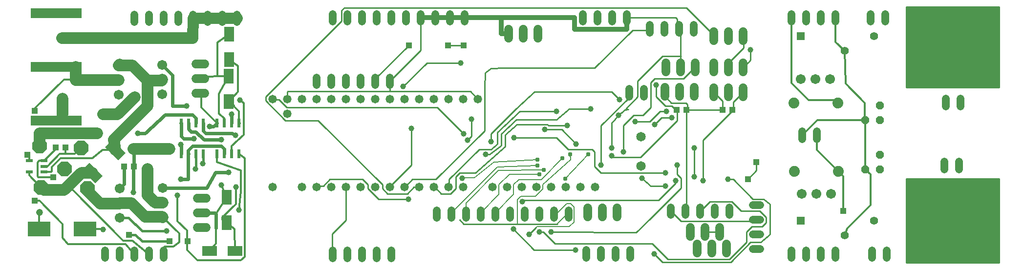
<source format=gbl>
G75*
%MOIN*%
%OFA0B0*%
%FSLAX25Y25*%
%IPPOS*%
%LPD*%
%AMOC8*
5,1,8,0,0,1.08239X$1,22.5*
%
%ADD10R,0.07000X0.09900*%
%ADD11R,0.09900X0.07000*%
%ADD12C,0.06000*%
%ADD13OC8,0.10000*%
%ADD14C,0.05800*%
%ADD15C,0.06750*%
%ADD16R,0.02100X0.06300*%
%ADD17C,0.06500*%
%ADD18C,0.05200*%
%ADD19R,0.15748X0.09843*%
%ADD20R,0.35000X0.07000*%
%ADD21R,0.05543X0.05543*%
%ADD22C,0.05543*%
%ADD23OC8,0.05200*%
%ADD24C,0.07400*%
%ADD25R,0.03937X0.04331*%
%ADD26R,0.07087X0.12598*%
%ADD27R,0.04724X0.02362*%
%ADD28C,0.02400*%
%ADD29C,0.03962*%
%ADD30C,0.01200*%
%ADD31C,0.01000*%
%ADD32C,0.01575*%
%ADD33C,0.03200*%
%ADD34C,0.03187*%
%ADD35C,0.00984*%
%ADD36R,0.03962X0.03962*%
%ADD37C,0.00600*%
%ADD38C,0.03100*%
%ADD39C,0.05000*%
%ADD40C,0.07874*%
%ADD41C,0.04750*%
%ADD42R,0.04750X0.04750*%
%ADD43C,0.07600*%
%ADD44C,0.04000*%
%ADD45C,0.01600*%
%ADD46R,0.03100X0.03100*%
D10*
X0255767Y0153320D03*
X0255767Y0170720D03*
X0257124Y0235910D03*
X0257124Y0253310D03*
X0257400Y0264613D03*
X0257400Y0282013D03*
D11*
X0261243Y0133961D03*
X0243843Y0133961D03*
D12*
X0241581Y0149988D02*
X0235581Y0149988D01*
X0235581Y0159988D02*
X0241581Y0159988D01*
X0241581Y0169988D02*
X0235581Y0169988D01*
X0234793Y0241650D02*
X0240793Y0241650D01*
X0240793Y0251650D02*
X0234793Y0251650D01*
X0234793Y0261650D02*
X0240793Y0261650D01*
X0448112Y0279382D02*
X0448112Y0285382D01*
X0458112Y0285382D02*
X0458112Y0279382D01*
X0468112Y0279382D02*
X0468112Y0285382D01*
X0555297Y0262374D02*
X0555297Y0256374D01*
X0565297Y0256374D02*
X0565297Y0262374D01*
X0575297Y0262374D02*
X0575297Y0256374D01*
X0587974Y0256453D02*
X0587974Y0262453D01*
X0597974Y0262453D02*
X0597974Y0256453D01*
X0607974Y0256453D02*
X0607974Y0262453D01*
X0608100Y0277835D02*
X0608100Y0283835D01*
X0598100Y0283835D02*
X0598100Y0277835D01*
X0588100Y0277835D02*
X0588100Y0283835D01*
X0587974Y0245366D02*
X0587974Y0239366D01*
X0574510Y0239681D02*
X0574510Y0245681D01*
X0564510Y0245681D02*
X0564510Y0239681D01*
X0554510Y0239681D02*
X0554510Y0245681D01*
X0597974Y0245366D02*
X0597974Y0239366D01*
X0607974Y0239366D02*
X0607974Y0245366D01*
X0522072Y0163490D02*
X0522072Y0157490D01*
X0512072Y0157490D02*
X0512072Y0163490D01*
X0502072Y0163490D02*
X0502072Y0157490D01*
X0571993Y0149955D02*
X0571993Y0143955D01*
X0576793Y0138744D02*
X0576793Y0132744D01*
X0586793Y0132744D02*
X0586793Y0138744D01*
X0581993Y0143955D02*
X0581993Y0149955D01*
X0591993Y0149955D02*
X0591993Y0143955D01*
X0596793Y0138744D02*
X0596793Y0132744D01*
D13*
X0160510Y0176807D03*
X0145116Y0189878D03*
X0129014Y0177516D03*
X0128069Y0205665D03*
X0156415Y0204484D03*
D14*
X0287100Y0177862D03*
X0307100Y0177862D03*
X0317100Y0177862D03*
X0327100Y0177862D03*
X0337100Y0177862D03*
X0347100Y0177862D03*
X0357100Y0177862D03*
X0367100Y0177862D03*
X0377100Y0177862D03*
X0387100Y0177862D03*
X0397100Y0177862D03*
X0407100Y0177862D03*
X0417100Y0177862D03*
X0437100Y0177862D03*
X0447100Y0177862D03*
X0457100Y0177862D03*
X0467100Y0177862D03*
X0477100Y0177862D03*
X0487100Y0177862D03*
X0497100Y0177862D03*
X0507100Y0177862D03*
X0427100Y0237862D03*
X0417100Y0237862D03*
X0407100Y0237862D03*
X0397100Y0237862D03*
X0387100Y0237862D03*
X0377100Y0237862D03*
X0367100Y0237862D03*
X0357100Y0237862D03*
X0347100Y0237862D03*
X0337100Y0237862D03*
X0327100Y0237862D03*
X0317100Y0237862D03*
X0307100Y0237862D03*
X0297100Y0237862D03*
X0287100Y0237862D03*
X0297100Y0227862D03*
D15*
X0211793Y0240941D03*
X0211793Y0250941D03*
X0211793Y0260941D03*
X0181998Y0260862D03*
X0181998Y0250862D03*
X0181998Y0240862D03*
X0182675Y0176650D03*
X0182675Y0166650D03*
X0182675Y0156650D03*
X0212085Y0157043D03*
X0212085Y0167043D03*
X0212085Y0177043D03*
X0647852Y0173146D03*
X0657852Y0173146D03*
X0667852Y0173146D03*
X0667360Y0251394D03*
X0657360Y0251394D03*
X0647360Y0251394D03*
D16*
X0263955Y0221312D03*
X0258955Y0221312D03*
X0253955Y0221312D03*
X0248955Y0221312D03*
X0239545Y0221312D03*
X0234545Y0221312D03*
X0229545Y0221312D03*
X0224545Y0221312D03*
X0224545Y0200412D03*
X0229545Y0200412D03*
X0234545Y0200412D03*
X0239545Y0200412D03*
X0248955Y0200412D03*
X0253955Y0200412D03*
X0258955Y0200412D03*
X0263955Y0200412D03*
D17*
X0538435Y0192185D03*
X0538435Y0212185D03*
D18*
X0172595Y0134433D02*
X0172595Y0129233D01*
X0182595Y0129233D02*
X0182595Y0134433D01*
X0192595Y0134433D02*
X0192595Y0129233D01*
X0202595Y0129233D02*
X0202595Y0134433D01*
X0212595Y0134433D02*
X0212595Y0129233D01*
X0328136Y0129093D02*
X0328136Y0134293D01*
X0338136Y0134293D02*
X0338136Y0129093D01*
X0348136Y0129093D02*
X0348136Y0134293D01*
X0358136Y0134293D02*
X0358136Y0129093D01*
X0368136Y0129093D02*
X0368136Y0134293D01*
X0398885Y0156566D02*
X0398885Y0161766D01*
X0408885Y0161766D02*
X0408885Y0156566D01*
X0418885Y0156566D02*
X0418885Y0161766D01*
X0428885Y0161766D02*
X0428885Y0156566D01*
X0438885Y0156566D02*
X0438885Y0161766D01*
X0448885Y0161766D02*
X0448885Y0156566D01*
X0458885Y0156566D02*
X0458885Y0161766D01*
X0468885Y0161766D02*
X0468885Y0156566D01*
X0478885Y0156566D02*
X0478885Y0161766D01*
X0488885Y0161766D02*
X0488885Y0156566D01*
X0500938Y0134607D02*
X0500938Y0129407D01*
X0510938Y0129407D02*
X0510938Y0134607D01*
X0520938Y0134607D02*
X0520938Y0129407D01*
X0530938Y0129407D02*
X0530938Y0134607D01*
X0558667Y0158538D02*
X0558667Y0163738D01*
X0568667Y0163738D02*
X0568667Y0158538D01*
X0578667Y0158538D02*
X0578667Y0163738D01*
X0588667Y0163738D02*
X0588667Y0158538D01*
X0598667Y0158538D02*
X0598667Y0163738D01*
X0614563Y0165429D02*
X0619763Y0165429D01*
X0619763Y0155429D02*
X0614563Y0155429D01*
X0614563Y0145429D02*
X0619763Y0145429D01*
X0619763Y0135429D02*
X0614563Y0135429D01*
X0640963Y0134407D02*
X0640963Y0129207D01*
X0650963Y0129207D02*
X0650963Y0134407D01*
X0660963Y0134407D02*
X0660963Y0129207D01*
X0670963Y0129207D02*
X0670963Y0134407D01*
X0696081Y0134407D02*
X0696081Y0129207D01*
X0706081Y0129207D02*
X0706081Y0134407D01*
X0745293Y0189739D02*
X0745293Y0194939D01*
X0755293Y0194939D02*
X0755293Y0189739D01*
X0756437Y0232683D02*
X0756437Y0237883D01*
X0746437Y0237883D02*
X0746437Y0232683D01*
X0658344Y0215608D02*
X0658344Y0210408D01*
X0648344Y0210408D02*
X0648344Y0215608D01*
X0540234Y0239443D02*
X0540234Y0244643D01*
X0530234Y0244643D02*
X0530234Y0239443D01*
X0544211Y0283010D02*
X0544211Y0288210D01*
X0554211Y0288210D02*
X0554211Y0283010D01*
X0564211Y0283010D02*
X0564211Y0288210D01*
X0574211Y0288210D02*
X0574211Y0283010D01*
X0528738Y0290624D02*
X0528738Y0295824D01*
X0518738Y0295824D02*
X0518738Y0290624D01*
X0508738Y0290624D02*
X0508738Y0295824D01*
X0498738Y0295824D02*
X0498738Y0290624D01*
X0418069Y0290624D02*
X0418069Y0295824D01*
X0408069Y0295824D02*
X0408069Y0290624D01*
X0398069Y0290624D02*
X0398069Y0295824D01*
X0388069Y0295824D02*
X0388069Y0290624D01*
X0378069Y0290624D02*
X0378069Y0295824D01*
X0368069Y0295824D02*
X0368069Y0290624D01*
X0358069Y0290624D02*
X0358069Y0295824D01*
X0348069Y0295824D02*
X0348069Y0290624D01*
X0338069Y0290624D02*
X0338069Y0295824D01*
X0328069Y0295824D02*
X0328069Y0290624D01*
X0262595Y0290333D02*
X0262595Y0295533D01*
X0252595Y0295533D02*
X0252595Y0290333D01*
X0242595Y0290333D02*
X0242595Y0295533D01*
X0232595Y0295533D02*
X0232595Y0290333D01*
X0222595Y0290333D02*
X0222595Y0295533D01*
X0212595Y0295533D02*
X0212595Y0290333D01*
X0202595Y0290333D02*
X0202595Y0295533D01*
X0192595Y0295533D02*
X0192595Y0290333D01*
X0317065Y0252517D02*
X0317065Y0247317D01*
X0327065Y0247317D02*
X0327065Y0252517D01*
X0337065Y0252517D02*
X0337065Y0247317D01*
X0347065Y0247317D02*
X0347065Y0252517D01*
X0357065Y0252517D02*
X0357065Y0247317D01*
X0367065Y0247317D02*
X0367065Y0252517D01*
X0640963Y0290624D02*
X0640963Y0295824D01*
X0650963Y0295824D02*
X0650963Y0290624D01*
X0660963Y0290624D02*
X0660963Y0295824D01*
X0670963Y0295824D02*
X0670963Y0290624D01*
X0695077Y0290624D02*
X0695077Y0295824D01*
X0705077Y0295824D02*
X0705077Y0290624D01*
D19*
X0159156Y0148933D03*
X0127659Y0148933D03*
D20*
X0139439Y0222988D03*
X0139439Y0259602D03*
X0139439Y0296295D03*
D21*
X0647380Y0280843D03*
X0647380Y0154858D03*
D22*
X0677380Y0144858D03*
X0697380Y0154858D03*
X0677380Y0270843D03*
X0697380Y0280843D03*
D23*
X0701396Y0233264D03*
X0701396Y0223264D03*
X0691396Y0223264D03*
X0701396Y0199799D03*
X0701396Y0189799D03*
X0691396Y0189799D03*
D24*
X0673010Y0188402D03*
X0643010Y0188402D03*
X0642518Y0235154D03*
X0672518Y0235154D03*
D25*
X0600825Y0230232D03*
X0594132Y0230232D03*
X0569329Y0230232D03*
X0562636Y0230232D03*
X0192360Y0191846D03*
X0185667Y0191846D03*
X0145608Y0204642D03*
X0138915Y0204642D03*
D26*
G36*
X0157112Y0189392D02*
X0162123Y0194403D01*
X0171030Y0185496D01*
X0166019Y0180485D01*
X0157112Y0189392D01*
G37*
G36*
X0172702Y0204982D02*
X0177713Y0209993D01*
X0186620Y0201086D01*
X0181609Y0196075D01*
X0172702Y0204982D01*
G37*
D27*
X0131163Y0195587D03*
X0131163Y0191846D03*
X0131163Y0188106D03*
X0120880Y0188106D03*
X0120880Y0195587D03*
D28*
X0182675Y0176650D02*
X0185667Y0179642D01*
X0185667Y0191846D01*
X0191967Y0191453D02*
X0192360Y0191846D01*
X0192360Y0203264D01*
X0191967Y0203657D01*
X0194919Y0214484D02*
X0199841Y0214484D01*
X0213620Y0227064D01*
X0232264Y0227064D01*
X0234595Y0224733D01*
X0234595Y0221362D01*
X0239545Y0221312D02*
X0239545Y0216118D01*
X0241179Y0214484D01*
X0259195Y0214533D01*
X0259244Y0214484D01*
X0261628Y0213194D01*
X0252006Y0210055D02*
X0240195Y0210055D01*
X0234289Y0215469D01*
X0231337Y0215469D01*
X0229545Y0217260D01*
X0229545Y0221312D01*
X0224545Y0221312D02*
X0224545Y0212417D01*
X0226415Y0210547D01*
X0233305Y0210547D01*
X0232321Y0205626D02*
X0229368Y0202673D01*
X0229368Y0200235D01*
X0229545Y0200412D01*
X0229368Y0200235D02*
X0229368Y0182988D01*
X0224447Y0182988D01*
X0212124Y0177083D02*
X0212085Y0177043D01*
X0242077Y0177043D01*
X0247900Y0187667D01*
X0256819Y0187667D01*
X0253974Y0200393D02*
X0253955Y0200412D01*
X0253974Y0200432D01*
X0253974Y0203657D01*
X0252006Y0205626D01*
X0232321Y0205626D01*
X0224545Y0205528D02*
X0224447Y0206610D01*
X0224545Y0205528D02*
X0224545Y0200412D01*
X0191967Y0191453D02*
X0191967Y0174130D01*
X0238581Y0159988D02*
X0247744Y0159988D01*
X0248367Y0159366D01*
X0248267Y0149681D01*
X0246617Y0218974D02*
X0248955Y0221312D01*
X0246617Y0218974D02*
X0244132Y0218974D01*
X0258955Y0221312D02*
X0258955Y0228205D01*
X0258896Y0227464D01*
X0259195Y0233510D02*
X0259195Y0238533D01*
X0257124Y0235910D02*
X0260018Y0233510D01*
X0259195Y0233510D02*
X0257124Y0235910D01*
X0238384Y0241059D02*
X0237793Y0241650D01*
X0228384Y0233185D02*
X0218541Y0233185D01*
X0218541Y0254193D01*
X0211793Y0260941D01*
X0237793Y0251650D02*
X0238541Y0252702D01*
X0224447Y0221411D02*
X0224545Y0221312D01*
X0263955Y0221312D02*
X0263995Y0221352D01*
D29*
X0258896Y0227464D03*
X0244132Y0218974D03*
X0261628Y0213194D03*
X0252006Y0210055D03*
X0233305Y0210547D03*
X0224447Y0206610D03*
X0239211Y0193815D03*
X0234289Y0189878D03*
X0224447Y0182988D03*
X0201809Y0189878D03*
X0191967Y0174130D03*
X0221986Y0172161D03*
X0252006Y0178933D03*
X0261848Y0177812D03*
X0256927Y0187559D03*
X0264019Y0162103D03*
X0214604Y0147555D03*
X0171297Y0148539D03*
X0194919Y0214484D03*
X0228384Y0233185D03*
X0264801Y0237122D03*
X0376163Y0246370D03*
X0415486Y0262457D03*
X0480726Y0229390D03*
X0487876Y0219559D03*
X0472683Y0216878D03*
X0451566Y0211516D03*
X0436041Y0208835D03*
X0419955Y0209728D03*
X0417274Y0214197D03*
X0422636Y0224028D03*
X0381526Y0217772D03*
X0432467Y0199898D03*
X0416380Y0183811D03*
X0379832Y0169512D03*
X0451234Y0148957D03*
X0461959Y0145382D03*
X0469108Y0147169D03*
X0477152Y0147169D03*
X0493644Y0134764D03*
X0547478Y0132008D03*
X0457490Y0167724D03*
X0511112Y0192748D03*
X0518262Y0199004D03*
X0518262Y0204366D03*
X0526305Y0201685D03*
X0554904Y0187386D03*
X0562947Y0192748D03*
X0574565Y0184705D03*
X0580821Y0182024D03*
X0562053Y0182024D03*
X0554904Y0178449D03*
X0538911Y0183811D03*
X0574565Y0204366D03*
X0547754Y0220453D03*
X0534348Y0222240D03*
X0523022Y0226760D03*
X0503963Y0231177D03*
X0523624Y0237433D03*
X0548648Y0247264D03*
X0555797Y0229390D03*
X0559372Y0224921D03*
X0494132Y0207047D03*
X0597801Y0182917D03*
X0612994Y0271394D03*
D30*
X0640963Y0293224D02*
X0640963Y0248756D01*
X0652596Y0237122D01*
X0670549Y0237122D01*
X0672518Y0235154D01*
X0677872Y0248264D02*
X0690982Y0235154D01*
X0690982Y0223677D01*
X0691396Y0223264D01*
X0658600Y0223264D01*
X0648344Y0213008D01*
X0658344Y0213008D02*
X0658344Y0203067D01*
X0673010Y0188402D01*
X0676219Y0185193D01*
X0676219Y0161335D01*
X0678856Y0149209D02*
X0694919Y0165272D01*
X0694919Y0186276D01*
X0691396Y0189799D01*
X0691396Y0223264D01*
X0677872Y0248264D02*
X0677380Y0270843D01*
X0670963Y0276768D01*
X0670963Y0293224D01*
X0678856Y0149209D02*
X0677380Y0144858D01*
X0267970Y0130155D02*
X0265496Y0127681D01*
X0235647Y0127681D01*
X0228595Y0134733D01*
X0228595Y0140384D01*
X0228876Y0140665D01*
X0228595Y0140946D01*
X0228595Y0147933D01*
X0221995Y0154533D01*
X0221986Y0154533D01*
X0221986Y0172161D01*
X0248367Y0159366D02*
X0255767Y0170720D01*
X0252006Y0178933D01*
X0261848Y0177812D02*
X0261848Y0166187D01*
X0252595Y0156933D01*
X0252595Y0155291D01*
X0255767Y0153320D01*
X0260867Y0149081D01*
X0261243Y0133961D01*
X0267970Y0130155D02*
X0267970Y0179435D01*
X0268155Y0197250D01*
X0263955Y0200412D01*
X0258955Y0200412D02*
X0258955Y0205685D01*
X0267262Y0213500D01*
X0267262Y0235154D01*
X0264801Y0237122D01*
X0259195Y0238533D02*
X0263395Y0242733D01*
X0263395Y0260417D01*
X0257400Y0264613D01*
X0257124Y0253310D02*
X0249211Y0253302D01*
X0238541Y0252702D01*
X0249211Y0253302D02*
X0249211Y0276374D01*
X0257400Y0282013D01*
X0257124Y0253310D02*
X0250355Y0241452D01*
X0250195Y0227733D01*
X0253955Y0224573D01*
X0253955Y0221312D01*
X0248955Y0221312D02*
X0242262Y0228165D01*
X0238423Y0232004D01*
X0238384Y0241059D01*
X0260018Y0233510D02*
X0263995Y0229533D01*
X0263995Y0221352D01*
X0234595Y0221362D02*
X0234545Y0221312D01*
X0249053Y0200314D02*
X0249053Y0194631D01*
X0265448Y0189035D01*
X0265448Y0174791D01*
X0264019Y0162103D01*
X0248395Y0149553D02*
X0248267Y0149681D01*
X0248395Y0149553D02*
X0248395Y0138933D01*
X0243843Y0134381D01*
X0243843Y0133961D01*
X0223195Y0139933D02*
X0223195Y0145933D01*
X0212085Y0157043D01*
X0221986Y0154533D02*
X0221986Y0154445D01*
X0223195Y0139933D02*
X0219195Y0136933D01*
X0213195Y0136933D01*
X0212557Y0136295D01*
X0212595Y0136295D01*
X0212595Y0131833D01*
X0202595Y0131833D02*
X0191474Y0141157D01*
X0185077Y0141157D01*
X0150628Y0175606D01*
X0144722Y0175606D01*
X0129014Y0177516D02*
X0120880Y0185650D01*
X0120880Y0188106D01*
X0126514Y0184957D02*
X0127006Y0184465D01*
X0137341Y0184465D01*
X0135864Y0187909D02*
X0131360Y0187909D01*
X0131163Y0188106D01*
X0131163Y0191846D02*
X0133404Y0191846D01*
X0141770Y0200213D01*
X0145215Y0200213D01*
X0145608Y0200606D01*
X0145608Y0204642D01*
X0138915Y0204642D02*
X0138915Y0203339D01*
X0131163Y0195587D01*
X0127793Y0195587D01*
X0126514Y0194307D01*
X0126514Y0184957D01*
X0135864Y0187909D02*
X0136356Y0188402D01*
X0136356Y0191354D01*
X0142262Y0197260D01*
X0163915Y0197260D01*
X0171166Y0203034D01*
X0179661Y0203034D01*
X0156415Y0204484D02*
X0152144Y0200213D01*
X0145215Y0200213D01*
X0120880Y0198465D02*
X0120880Y0195587D01*
X0120880Y0198465D02*
X0119624Y0199720D01*
X0124545Y0229740D02*
X0124545Y0231217D01*
X0144722Y0250902D01*
X0152715Y0250902D01*
X0152754Y0250862D01*
X0256819Y0187667D02*
X0256927Y0187559D01*
X0171297Y0148539D02*
X0170904Y0148933D01*
X0159156Y0148933D01*
X0147459Y0138805D02*
X0143738Y0143126D01*
X0143738Y0152476D01*
X0127990Y0168224D01*
X0124545Y0168224D01*
X0127990Y0160350D02*
X0127659Y0160020D01*
X0127659Y0148933D01*
X0147459Y0138805D02*
X0186830Y0138805D01*
X0192595Y0131833D01*
D31*
X0317100Y0177862D02*
X0317179Y0178449D01*
X0321648Y0178449D01*
X0326116Y0182917D01*
X0348459Y0182917D01*
X0352033Y0179343D01*
X0352033Y0176661D01*
X0359183Y0169512D01*
X0379832Y0169512D01*
X0378844Y0173087D02*
X0365439Y0173087D01*
X0361864Y0176661D01*
X0361864Y0179343D01*
X0318073Y0223134D01*
X0295730Y0223134D01*
X0282325Y0236539D01*
X0282325Y0239220D01*
X0334159Y0291055D01*
X0334159Y0298205D01*
X0335947Y0299992D01*
X0569203Y0299992D01*
X0587970Y0281224D01*
X0588100Y0280835D01*
X0565628Y0266925D02*
X0565297Y0266925D01*
X0553116Y0266925D01*
X0536136Y0249945D01*
X0536136Y0239220D01*
X0528093Y0231177D01*
X0529742Y0230665D01*
X0527199Y0230283D01*
X0523022Y0226760D01*
X0518262Y0221346D01*
X0518262Y0204366D01*
X0506644Y0201685D02*
X0504856Y0203472D01*
X0488770Y0203472D01*
X0480726Y0211516D01*
X0451566Y0211516D01*
X0445591Y0213303D02*
X0445591Y0205260D01*
X0425317Y0187386D01*
X0414593Y0187386D01*
X0411911Y0184705D01*
X0411911Y0176661D01*
X0408337Y0173087D01*
X0402081Y0173087D01*
X0397612Y0177555D01*
X0397100Y0177862D01*
X0398506Y0182917D02*
X0382419Y0182917D01*
X0377951Y0178449D01*
X0377100Y0177862D01*
X0378844Y0173087D02*
X0383313Y0177555D01*
X0386888Y0177555D01*
X0387100Y0177862D01*
X0398506Y0182917D02*
X0431573Y0215984D01*
X0431573Y0245476D01*
X0432124Y0255823D01*
X0436061Y0258776D01*
X0444978Y0258882D01*
X0506644Y0258882D01*
X0532561Y0284799D01*
X0544179Y0284799D01*
X0544211Y0285610D01*
X0574565Y0258882D02*
X0575297Y0259374D01*
X0574565Y0258882D02*
X0567415Y0251732D01*
X0547754Y0251732D01*
X0545073Y0249051D01*
X0545073Y0232071D01*
X0539711Y0226709D01*
X0533455Y0226709D01*
X0526305Y0219559D01*
X0526305Y0201685D01*
X0519156Y0198110D02*
X0518262Y0199004D01*
X0519156Y0198110D02*
X0537923Y0198110D01*
X0562947Y0223134D01*
X0562947Y0229390D01*
X0562636Y0230232D01*
X0562053Y0230283D01*
X0559372Y0232965D01*
X0554904Y0232965D01*
X0548648Y0239220D01*
X0548648Y0247264D01*
X0530234Y0242043D02*
X0529880Y0241902D01*
X0529880Y0238327D01*
X0511112Y0219559D01*
X0511112Y0192748D01*
X0506644Y0191854D02*
X0511112Y0187386D01*
X0554904Y0187386D01*
X0562947Y0186492D02*
X0562947Y0192748D01*
X0562947Y0186492D02*
X0565628Y0183811D01*
X0565628Y0177055D01*
X0547254Y0158681D01*
X0544854Y0156400D01*
X0535023Y0146569D01*
X0477152Y0147169D01*
X0471789Y0147169D02*
X0479833Y0139126D01*
X0545967Y0139126D01*
X0556691Y0128402D01*
X0598695Y0128402D01*
X0610313Y0140020D01*
X0610313Y0147169D01*
X0613888Y0150744D01*
X0621037Y0150744D01*
X0623719Y0153425D01*
X0623719Y0157000D01*
X0619250Y0161469D01*
X0606738Y0161469D01*
X0600482Y0167724D01*
X0585289Y0167724D01*
X0579033Y0161469D01*
X0578667Y0161138D01*
X0569203Y0161469D02*
X0568667Y0161138D01*
X0569203Y0161469D02*
X0569203Y0229390D01*
X0569329Y0230232D01*
X0559372Y0224921D02*
X0552222Y0224921D01*
X0547754Y0220453D01*
X0544179Y0222240D02*
X0534348Y0222240D01*
X0544179Y0222240D02*
X0551329Y0229390D01*
X0555797Y0229390D01*
X0523624Y0237433D02*
X0518262Y0242795D01*
X0465533Y0242795D01*
X0461959Y0239220D01*
X0453022Y0231177D01*
X0436041Y0214197D01*
X0436041Y0208835D01*
X0440416Y0207047D02*
X0436041Y0203472D01*
X0427998Y0203472D01*
X0407443Y0182917D01*
X0407443Y0178449D01*
X0407100Y0177862D01*
X0381526Y0192748D02*
X0367226Y0178449D01*
X0367100Y0177862D01*
X0381526Y0192748D02*
X0381526Y0217772D01*
X0399400Y0232071D02*
X0417274Y0214197D01*
X0419955Y0209728D02*
X0422636Y0212409D01*
X0422636Y0224028D01*
X0440416Y0215091D02*
X0440416Y0207047D01*
X0443004Y0206154D02*
X0435148Y0199898D01*
X0432467Y0199898D01*
X0443004Y0206154D02*
X0443004Y0214197D01*
X0453447Y0223840D01*
X0480539Y0223840D01*
X0489476Y0231177D01*
X0503963Y0231177D01*
X0487876Y0219559D02*
X0475364Y0219559D01*
X0474470Y0220453D01*
X0453541Y0220453D01*
X0445591Y0213303D01*
X0440416Y0215091D02*
X0455515Y0229390D01*
X0480726Y0229390D01*
X0484301Y0216878D02*
X0472683Y0216878D01*
X0484301Y0216878D02*
X0494132Y0207047D01*
X0506644Y0201685D02*
X0506644Y0191854D01*
X0538911Y0183811D02*
X0545073Y0178449D01*
X0554904Y0178449D01*
X0562053Y0180236D02*
X0550435Y0168618D01*
X0458384Y0168618D01*
X0457490Y0167724D01*
X0453945Y0152531D02*
X0417274Y0152531D01*
X0414593Y0155213D01*
X0451234Y0148957D02*
X0465427Y0134764D01*
X0493644Y0134764D01*
X0471789Y0147169D02*
X0469108Y0147169D01*
X0466602Y0150026D02*
X0461959Y0145382D01*
X0453945Y0152531D02*
X0481445Y0152531D01*
X0547478Y0132008D02*
X0553042Y0126224D01*
X0599759Y0126224D01*
X0612994Y0140020D01*
X0620144Y0140020D01*
X0626306Y0145382D01*
X0626306Y0165937D01*
X0621931Y0169512D01*
X0614781Y0169512D01*
X0601376Y0182917D01*
X0597801Y0182917D01*
X0580821Y0182024D02*
X0580821Y0209728D01*
X0600482Y0229390D01*
X0600825Y0230232D01*
X0601376Y0230283D01*
X0601376Y0235646D01*
X0607632Y0241902D01*
X0607974Y0242366D01*
X0607974Y0259453D02*
X0608526Y0259776D01*
X0612994Y0264244D01*
X0612994Y0271394D01*
X0574565Y0204366D02*
X0574565Y0184705D01*
X0562053Y0182024D02*
X0562053Y0180236D01*
X0558667Y0161138D02*
X0559372Y0160575D01*
X0565628Y0154319D01*
X0615675Y0154319D01*
X0616569Y0155213D01*
X0617163Y0155429D01*
X0399400Y0232071D02*
X0296624Y0232071D01*
X0291262Y0237433D01*
X0287687Y0237433D01*
X0287100Y0237862D01*
X0376163Y0246370D02*
X0392250Y0262457D01*
X0415486Y0262457D01*
D32*
X0249053Y0200314D02*
X0248955Y0200412D01*
X0239545Y0200412D02*
X0239545Y0194150D01*
X0239211Y0193815D01*
X0234545Y0190134D02*
X0234289Y0189878D01*
X0234545Y0190134D02*
X0234545Y0200412D01*
X0188778Y0156650D02*
X0182675Y0156650D01*
X0188778Y0156650D02*
X0197872Y0147555D01*
X0214604Y0147555D01*
D33*
X0442951Y0282382D02*
X0442951Y0293224D01*
X0493148Y0293224D01*
X0493148Y0285350D01*
X0528738Y0285350D01*
X0528738Y0293224D01*
X0448112Y0282382D02*
X0442951Y0282382D01*
X0442951Y0293224D02*
X0418069Y0293224D01*
D34*
X0408069Y0293224D01*
X0398069Y0293224D01*
X0388069Y0293224D01*
D35*
X0388069Y0270921D01*
X0367065Y0249917D01*
X0367163Y0249819D01*
X0367163Y0243028D01*
X0421935Y0243028D01*
X0427100Y0237862D01*
X0367163Y0243028D02*
X0297281Y0243028D01*
X0297100Y0242846D01*
X0297100Y0237862D01*
X0357065Y0249917D02*
X0357065Y0251630D01*
X0379959Y0274524D01*
X0406533Y0274524D02*
X0417360Y0274524D01*
X0528738Y0293224D02*
X0562045Y0293224D01*
X0563030Y0292240D01*
X0563030Y0286791D01*
X0564211Y0285610D01*
X0565297Y0284524D01*
X0565297Y0266925D01*
X0565297Y0259374D01*
X0554510Y0242681D02*
X0554510Y0239736D01*
X0559093Y0235154D01*
X0568935Y0235154D01*
X0569919Y0234169D01*
X0569919Y0230823D01*
X0569329Y0230232D01*
X0594132Y0230232D01*
X0594132Y0236209D01*
X0587974Y0242366D01*
X0597974Y0259453D02*
X0597974Y0262224D01*
X0608305Y0272555D01*
X0608305Y0280130D01*
X0608100Y0280835D01*
X0617163Y0194799D02*
X0617163Y0188894D01*
X0611258Y0182988D01*
X0591993Y0146955D02*
X0581993Y0146955D01*
X0337100Y0154894D02*
X0327793Y0145587D01*
X0327793Y0132083D01*
X0328136Y0131693D01*
X0337100Y0154894D02*
X0337100Y0177862D01*
D36*
X0228876Y0140665D03*
X0216573Y0140665D03*
X0189014Y0145094D03*
X0124545Y0168224D03*
X0137341Y0184465D03*
X0119624Y0199720D03*
X0124545Y0229740D03*
X0379959Y0274524D03*
X0406533Y0274524D03*
X0417360Y0274524D03*
X0617163Y0194799D03*
X0611258Y0182988D03*
X0676219Y0161335D03*
D37*
X0502345Y0200183D02*
X0486785Y0183313D01*
X0472085Y0189493D02*
X0441095Y0188933D01*
X0418945Y0166783D01*
X0418945Y0160183D01*
X0418885Y0159166D01*
X0408945Y0160183D02*
X0408885Y0159166D01*
X0408945Y0160183D02*
X0440195Y0191433D01*
X0467695Y0192233D01*
X0467695Y0196433D02*
X0438045Y0194833D01*
X0424745Y0183933D01*
X0416445Y0183933D01*
X0416380Y0183811D01*
X0441445Y0179283D02*
X0441445Y0172683D01*
X0428945Y0160183D01*
X0428885Y0159166D01*
X0438885Y0159166D02*
X0438945Y0160183D01*
X0451445Y0172683D01*
X0451445Y0179283D01*
X0454845Y0182683D01*
X0470195Y0182683D01*
X0484745Y0197233D01*
X0490195Y0196433D02*
X0471445Y0179283D01*
X0471445Y0176433D01*
X0466445Y0171433D01*
X0456445Y0171433D01*
X0453945Y0168933D01*
X0453945Y0152531D01*
X0466602Y0150026D02*
X0467375Y0150843D01*
X0489225Y0150853D01*
X0492695Y0153583D01*
X0492695Y0163933D01*
X0490195Y0166433D01*
X0487695Y0166433D01*
X0481445Y0160183D01*
X0478945Y0160183D01*
X0478885Y0159166D01*
X0481445Y0152683D02*
X0481445Y0152531D01*
X0481445Y0152683D02*
X0487695Y0158933D01*
X0488885Y0159166D01*
X0448595Y0186433D02*
X0441445Y0179283D01*
X0448595Y0186433D02*
X0468945Y0186433D01*
X0490195Y0196433D02*
X0490135Y0200123D01*
D38*
X0490135Y0200123D03*
X0484745Y0197233D03*
X0467695Y0196433D03*
X0467695Y0192233D03*
X0472085Y0189493D03*
X0468945Y0186433D03*
X0486785Y0183313D03*
X0502345Y0200183D03*
D39*
X0153581Y0258776D02*
X0152754Y0259602D01*
X0139439Y0259602D01*
D40*
X0152754Y0259602D02*
X0152754Y0250862D01*
X0181998Y0250862D01*
X0191356Y0260862D02*
X0201809Y0250409D01*
X0211262Y0250409D01*
X0211793Y0250941D01*
X0201809Y0250409D02*
X0201809Y0233185D01*
X0178677Y0210053D01*
X0179661Y0203034D01*
X0191967Y0203657D02*
X0216573Y0203657D01*
X0201809Y0189878D02*
X0201809Y0172161D01*
X0206927Y0167043D01*
X0212085Y0167043D01*
X0211730Y0157398D02*
X0199841Y0157398D01*
X0190589Y0166650D01*
X0182675Y0166650D01*
X0182281Y0166256D01*
X0169329Y0166256D01*
X0160510Y0175075D01*
X0160510Y0176807D01*
X0156560Y0187444D02*
X0144722Y0175606D01*
X0130923Y0175606D01*
X0129014Y0177516D01*
X0129565Y0178067D01*
X0156560Y0187444D02*
X0164071Y0187444D01*
X0128069Y0205665D02*
X0128069Y0212516D01*
X0127990Y0212516D01*
X0127990Y0214484D01*
X0167360Y0214484D01*
X0171297Y0227280D02*
X0181140Y0227280D01*
X0192951Y0239091D01*
X0143738Y0238106D02*
X0143738Y0227287D01*
X0181998Y0260862D02*
X0191356Y0260862D01*
X0182557Y0261421D02*
X0181998Y0260862D01*
X0143246Y0279445D02*
X0232321Y0279445D01*
X0211730Y0157398D02*
X0212085Y0157043D01*
D41*
X0127990Y0160350D03*
X0191967Y0203657D03*
X0216573Y0203657D03*
X0167360Y0214484D03*
X0171297Y0227280D03*
X0192951Y0239091D03*
X0143738Y0238106D03*
D42*
X0143246Y0279445D03*
D43*
X0232321Y0279445D02*
X0232595Y0292933D01*
X0242595Y0292933D01*
X0252595Y0292933D01*
X0262595Y0292933D01*
D44*
X0143738Y0227287D02*
X0139439Y0222988D01*
D45*
X0189014Y0145094D02*
X0193443Y0145094D01*
X0197872Y0140665D01*
X0216573Y0140665D01*
X0719526Y0139918D02*
X0782186Y0139918D01*
X0782186Y0138320D02*
X0719526Y0138320D01*
X0719526Y0136721D02*
X0782186Y0136721D01*
X0782186Y0135123D02*
X0719526Y0135123D01*
X0719526Y0133524D02*
X0782186Y0133524D01*
X0782186Y0131926D02*
X0719526Y0131926D01*
X0719526Y0130327D02*
X0782186Y0130327D01*
X0782186Y0128729D02*
X0719526Y0128729D01*
X0719526Y0127130D02*
X0782186Y0127130D01*
X0782186Y0126233D02*
X0719526Y0126233D01*
X0719526Y0182988D01*
X0782186Y0182988D01*
X0782186Y0126233D01*
X0782186Y0141517D02*
X0719526Y0141517D01*
X0719526Y0143115D02*
X0782186Y0143115D01*
X0782186Y0144714D02*
X0719526Y0144714D01*
X0719526Y0146312D02*
X0782186Y0146312D01*
X0782186Y0147911D02*
X0719526Y0147911D01*
X0719526Y0149509D02*
X0782186Y0149509D01*
X0782186Y0151108D02*
X0719526Y0151108D01*
X0719526Y0152706D02*
X0782186Y0152706D01*
X0782186Y0154305D02*
X0719526Y0154305D01*
X0719526Y0155903D02*
X0782186Y0155903D01*
X0782186Y0157502D02*
X0719526Y0157502D01*
X0719526Y0159100D02*
X0782186Y0159100D01*
X0782186Y0160699D02*
X0719526Y0160699D01*
X0719526Y0162297D02*
X0782186Y0162297D01*
X0782186Y0163896D02*
X0719526Y0163896D01*
X0719526Y0165494D02*
X0782186Y0165494D01*
X0782186Y0167093D02*
X0719526Y0167093D01*
X0719526Y0168691D02*
X0782186Y0168691D01*
X0782186Y0170290D02*
X0719526Y0170290D01*
X0719526Y0171888D02*
X0782186Y0171888D01*
X0782186Y0173487D02*
X0719526Y0173487D01*
X0719526Y0175085D02*
X0782186Y0175085D01*
X0782186Y0176684D02*
X0719526Y0176684D01*
X0719526Y0178282D02*
X0782186Y0178282D01*
X0782186Y0179881D02*
X0719526Y0179881D01*
X0719526Y0181479D02*
X0782186Y0181479D01*
X0782186Y0245980D02*
X0719526Y0245980D01*
X0719526Y0300334D01*
X0782186Y0300334D01*
X0782186Y0245980D01*
X0782186Y0247018D02*
X0719526Y0247018D01*
X0719526Y0248617D02*
X0782186Y0248617D01*
X0782186Y0250215D02*
X0719526Y0250215D01*
X0719526Y0251814D02*
X0782186Y0251814D01*
X0782186Y0253412D02*
X0719526Y0253412D01*
X0719526Y0255011D02*
X0782186Y0255011D01*
X0782186Y0256610D02*
X0719526Y0256610D01*
X0719526Y0258208D02*
X0782186Y0258208D01*
X0782186Y0259807D02*
X0719526Y0259807D01*
X0719526Y0261405D02*
X0782186Y0261405D01*
X0782186Y0263004D02*
X0719526Y0263004D01*
X0719526Y0264602D02*
X0782186Y0264602D01*
X0782186Y0266201D02*
X0719526Y0266201D01*
X0719526Y0267799D02*
X0782186Y0267799D01*
X0782186Y0269398D02*
X0719526Y0269398D01*
X0719526Y0270996D02*
X0782186Y0270996D01*
X0782186Y0272595D02*
X0719526Y0272595D01*
X0719526Y0274193D02*
X0782186Y0274193D01*
X0782186Y0275792D02*
X0719526Y0275792D01*
X0719526Y0277390D02*
X0782186Y0277390D01*
X0782186Y0278989D02*
X0719526Y0278989D01*
X0719526Y0280587D02*
X0782186Y0280587D01*
X0782186Y0282186D02*
X0719526Y0282186D01*
X0719526Y0283784D02*
X0782186Y0283784D01*
X0782186Y0285383D02*
X0719526Y0285383D01*
X0719526Y0286981D02*
X0782186Y0286981D01*
X0782186Y0288580D02*
X0719526Y0288580D01*
X0719526Y0290178D02*
X0782186Y0290178D01*
X0782186Y0291777D02*
X0719526Y0291777D01*
X0719526Y0293375D02*
X0782186Y0293375D01*
X0782186Y0294974D02*
X0719526Y0294974D01*
X0719526Y0296572D02*
X0782186Y0296572D01*
X0782186Y0298171D02*
X0719526Y0298171D01*
X0719526Y0299769D02*
X0782186Y0299769D01*
D46*
X0752894Y0282389D03*
X0750394Y0282389D03*
X0750394Y0279889D03*
X0750394Y0277389D03*
X0750394Y0274889D03*
X0750394Y0272389D03*
X0750394Y0269889D03*
X0750394Y0267389D03*
X0750394Y0264889D03*
X0752894Y0264889D03*
X0752894Y0267389D03*
X0752894Y0269889D03*
X0752894Y0272389D03*
X0752894Y0274889D03*
X0752894Y0277389D03*
X0752894Y0279889D03*
X0751789Y0163165D03*
X0751730Y0160665D03*
X0751730Y0158165D03*
X0751730Y0155665D03*
X0751730Y0153165D03*
X0751730Y0150665D03*
X0751730Y0148165D03*
X0751730Y0145665D03*
X0749230Y0145665D03*
X0749230Y0148165D03*
X0749230Y0150665D03*
X0749230Y0153165D03*
X0749230Y0155665D03*
X0749230Y0158165D03*
X0749230Y0160665D03*
X0749230Y0163165D03*
M02*

</source>
